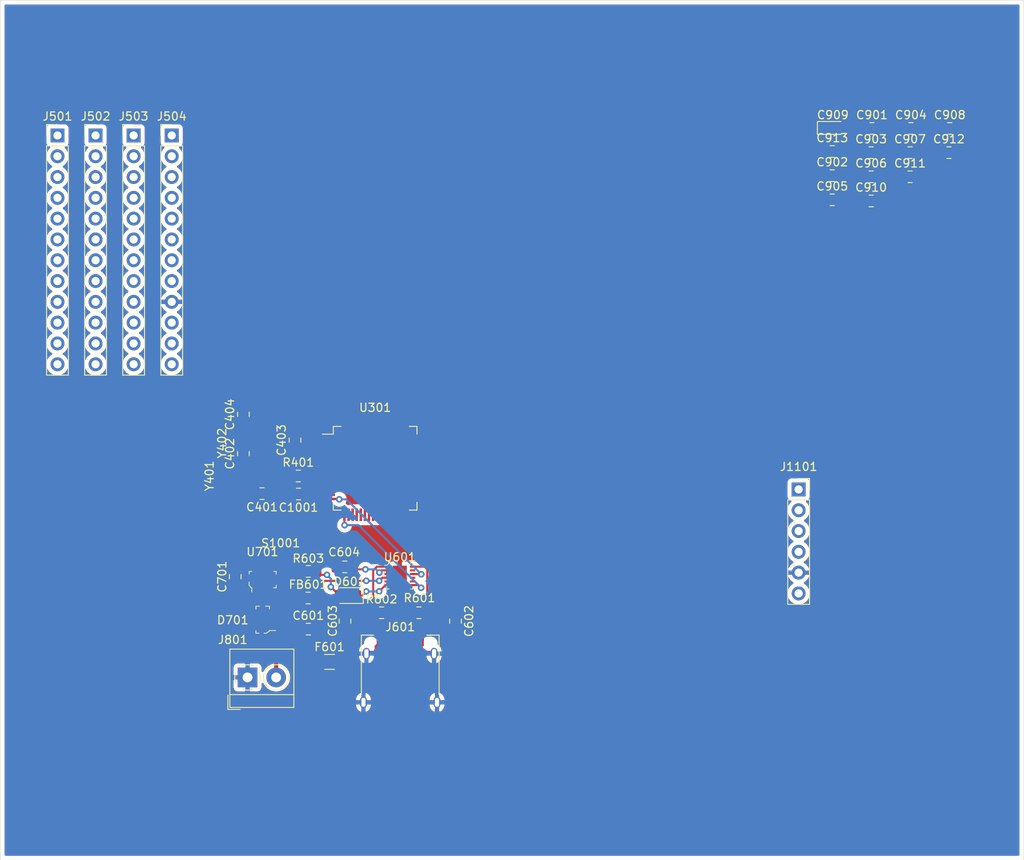
<source format=kicad_pcb>
(kicad_pcb (version 20171130) (host pcbnew "(5.1.6)-1")
  (layers (0 F.Cu signal) (31 B.Cu signal) (34 B.Paste user) (35 F.Paste user) (36 B.SilkS user) (37 F.SilkS user) (38 B.Mask user) (39 F.Mask user) (44 Edge.Cuts user))
  (net 0 "")
  (net 1 /STM32F401RBT6/Clocks/CLOCKOUT)
  (net 2 GND)
  (net 3 /STM32F401RBT6/Clocks/CLOCKIN)
  (net 4 /STM32F401RBT6/Clocks/RTCCRYSTALOUT)
  (net 5 /STM32F401RBT6/Clocks/RTCCRYSTALIN)
  (net 6 "Net-(C601-Pad2)")
  (net 7 +3V3)
  (net 8 /STM32F401RBT6/FILTERING/VCAP)
  (net 9 /STM32F401RBT6/MCU/RESET)
  (net 10 "Net-(D601-Pad1)")
  (net 11 "Net-(D601-Pad2)")
  (net 12 "Net-(D701-Pad3)")
  (net 13 /STM32F401RBT6/BATTERY/BATTERY)
  (net 14 "/STM32F401RBT6/REGULATOR /VUSB")
  (net 15 "Net-(F601-Pad2)")
  (net 16 "/STM32F401RBT6/Pin Headers/12")
  (net 17 "/STM32F401RBT6/Pin Headers/11")
  (net 18 "/STM32F401RBT6/Pin Headers/10")
  (net 19 "/STM32F401RBT6/Pin Headers/9")
  (net 20 "/STM32F401RBT6/Pin Headers/8")
  (net 21 "/STM32F401RBT6/Pin Headers/7")
  (net 22 "/STM32F401RBT6/Pin Headers/6")
  (net 23 "/STM32F401RBT6/Pin Headers/5")
  (net 24 "/STM32F401RBT6/Pin Headers/4")
  (net 25 "/STM32F401RBT6/Pin Headers/3")
  (net 26 "/STM32F401RBT6/Pin Headers/2")
  (net 27 "/STM32F401RBT6/Pin Headers/1")
  (net 28 "/STM32F401RBT6/Pin Headers/13")
  (net 29 "/STM32F401RBT6/Pin Headers/14")
  (net 30 "/STM32F401RBT6/Pin Headers/15")
  (net 31 "/STM32F401RBT6/Pin Headers/16")
  (net 32 "/STM32F401RBT6/Pin Headers/17")
  (net 33 "/STM32F401RBT6/Pin Headers/18")
  (net 34 "/STM32F401RBT6/Pin Headers/19")
  (net 35 "/STM32F401RBT6/Pin Headers/20")
  (net 36 "/STM32F401RBT6/Pin Headers/21")
  (net 37 "/STM32F401RBT6/Pin Headers/22")
  (net 38 "/STM32F401RBT6/Pin Headers/23")
  (net 39 "/STM32F401RBT6/Pin Headers/24")
  (net 40 "/STM32F401RBT6/Pin Headers/36")
  (net 41 "/STM32F401RBT6/Pin Headers/35")
  (net 42 "/STM32F401RBT6/Pin Headers/34")
  (net 43 "/STM32F401RBT6/Pin Headers/33")
  (net 44 "/STM32F401RBT6/Pin Headers/32")
  (net 45 "/STM32F401RBT6/Pin Headers/31")
  (net 46 "/STM32F401RBT6/Pin Headers/30")
  (net 47 "/STM32F401RBT6/Pin Headers/29")
  (net 48 "/STM32F401RBT6/Pin Headers/28")
  (net 49 "/STM32F401RBT6/Pin Headers/27")
  (net 50 "/STM32F401RBT6/Pin Headers/26")
  (net 51 "/STM32F401RBT6/Pin Headers/25")
  (net 52 "/STM32F401RBT6/Pin Headers/37")
  (net 53 "/STM32F401RBT6/Pin Headers/38")
  (net 54 "/STM32F401RBT6/Pin Headers/39")
  (net 55 "/STM32F401RBT6/Pin Headers/40")
  (net 56 "/STM32F401RBT6/Pin Headers/41")
  (net 57 "/STM32F401RBT6/Pin Headers/42")
  (net 58 "/STM32F401RBT6/Pin Headers/43")
  (net 59 "/STM32F401RBT6/Pin Headers/44")
  (net 60 "/STM32F401RBT6/Pin Headers/47")
  (net 61 "/STM32F401RBT6/Pin Headers/48")
  (net 62 "Net-(J601-PadA2)")
  (net 63 "Net-(J601-PadA3)")
  (net 64 "Net-(J601-PadA5)")
  (net 65 "Net-(J601-PadA10)")
  (net 66 "Net-(J601-PadA8)")
  (net 67 "Net-(J601-PadA11)")
  (net 68 "Net-(J601-PadB2)")
  (net 69 "Net-(J601-PadB3)")
  (net 70 "Net-(J601-PadB5)")
  (net 71 "Net-(J601-PadB6)")
  (net 72 "Net-(J601-PadB7)")
  (net 73 "Net-(J601-PadB8)")
  (net 74 "Net-(J601-PadB10)")
  (net 75 "Net-(J601-PadB11)")
  (net 76 "Net-(J1101-Pad6)")
  (net 77 "Net-(U601-Pad8)")
  (net 78 "Net-(U601-Pad11)")
  (net 79 "Net-(U701-Pad4)")
  (net 80 "Net-(C401-Pad1)")
  (net 81 /STM32F401RBT6/USB-C/D2-)
  (net 82 /STM32F401RBT6/USB-C/D2+)
  (net 83 /STM32F401RBT6/USB-C/D1+)
  (net 84 /STM32F401RBT6/USB-C/D1-)
  (module Capacitor_SMD:C_0805_2012Metric_Pad1.15x1.40mm_HandSolder (layer F.Cu) (at 127.075 114.2 180)
    (fp_text reference C604 (at 0.075 1.8) (layer F.SilkS))
    (fp_text value 100nF hide)
    (pad 1 smd roundrect (at -1.025 0 180) (size 1.15 1.4) (layers F.Cu F.Paste F.Mask) (roundrect_rratio 0.217391) (net 7 +3V3))
    (pad 2 smd roundrect (at 1.025 0 180) (size 1.15 1.4) (layers F.Cu F.Paste F.Mask) (roundrect_rratio 0.217391) (net 2 GND))
  )
  (module digikey-footprints:DFN-12-1EP_3x3mm (layer F.Cu) (at 133.8 115.3 270)
    (fp_text reference U601 (at -2.3 0 180) (layer F.SilkS))
    (fp_text value FT234XD-R hide)
    (pad 1 smd rect (at -1.125 1.55 270) (size 0.25 0.65) (layers F.Cu F.Paste F.Mask) (net 82 /STM32F401RBT6/USB-C/D2+))
    (pad 2 smd rect (at -0.675 1.55 270) (size 0.25 0.65) (layers F.Cu F.Paste F.Mask) (net 7 +3V3))
    (pad 3 smd rect (at -0.225 1.55 270) (size 0.25 0.65) (layers F.Cu F.Paste F.Mask) (net 7 +3V3))
    (pad 4 smd rect (at 0.225 1.55 270) (size 0.25 0.65) (layers F.Cu F.Paste F.Mask) (net 14 "/STM32F401RBT6/REGULATOR /VUSB"))
    (pad 5 smd rect (at 0.675 1.55 270) (size 0.25 0.65) (layers F.Cu F.Paste F.Mask) (net 2 GND))
    (pad 6 smd rect (at 1.125 1.55 270) (size 0.25 0.65) (layers F.Cu F.Paste F.Mask) (net 10 "Net-(D601-Pad1)"))
    (pad 7 smd rect (at 1.125 -1.55 270) (size 0.25 0.65) (layers F.Cu F.Paste F.Mask) (net 60 "/STM32F401RBT6/Pin Headers/47"))
    (pad 8 smd rect (at 0.675 -1.55 270) (size 0.25 0.65) (layers F.Cu F.Paste F.Mask) (net 77 "Net-(U601-Pad8)"))
    (pad 9 smd rect (at 0.225 -1.55 270) (size 0.25 0.65) (layers F.Cu F.Paste F.Mask) (net 7 +3V3))
    (pad 10 smd rect (at -0.225 -1.55 270) (size 0.25 0.65) (layers F.Cu F.Paste F.Mask) (net 61 "/STM32F401RBT6/Pin Headers/48"))
    (pad 11 smd rect (at -0.675 -1.55 270) (size 0.25 0.65) (layers F.Cu F.Paste F.Mask) (net 78 "Net-(U601-Pad11)"))
    (pad 12 smd rect (at -1.125 -1.55 270) (size 0.25 0.65) (layers F.Cu F.Paste F.Mask) (net 81 /STM32F401RBT6/USB-C/D2-))
    (pad 13 smd rect (at 0 0 270) (size 2.5 1.7) (layers F.Cu F.Paste F.Mask) (net 2 GND))
  )
  (module Capacitor_SMD:C_0805_2012Metric_Pad1.15x1.40mm_HandSolder (layer F.Cu) (at 116.975 105.25 180)
    (fp_text reference C401 (at 0 -1.65) (layer F.SilkS))
    (fp_text value 6pF hide)
    (pad 1 smd roundrect (at -1.025 0 180) (size 1.15 1.4) (layers F.Cu F.Paste F.Mask) (roundrect_rratio 0.217391) (net 80 "Net-(C401-Pad1)"))
    (pad 2 smd roundrect (at 1.025 0 180) (size 1.15 1.4) (layers F.Cu F.Paste F.Mask) (roundrect_rratio 0.217391) (net 2 GND))
  )
  (module Capacitor_SMD:C_0805_2012Metric_Pad1.15x1.40mm_HandSolder (layer F.Cu) (at 114.7 100.375 90)
    (fp_text reference C402 (at 0 -1.65 90) (layer F.SilkS))
    (fp_text value 6pF hide)
    (pad 2 smd roundrect (at 1.025 0 90) (size 1.15 1.4) (layers F.Cu F.Paste F.Mask) (roundrect_rratio 0.217391) (net 2 GND))
    (pad 1 smd roundrect (at -1.025 0 90) (size 1.15 1.4) (layers F.Cu F.Paste F.Mask) (roundrect_rratio 0.217391) (net 3 /STM32F401RBT6/Clocks/CLOCKIN))
  )
  (module Capacitor_SMD:C_0805_2012Metric_Pad1.15x1.40mm_HandSolder (layer F.Cu) (at 121 98.725 90)
    (fp_text reference C403 (at 0 -1.65 90) (layer F.SilkS))
    (fp_text value 2pF hide)
    (pad 1 smd roundrect (at -1.025 0 90) (size 1.15 1.4) (layers F.Cu F.Paste F.Mask) (roundrect_rratio 0.217391) (net 4 /STM32F401RBT6/Clocks/RTCCRYSTALOUT))
    (pad 2 smd roundrect (at 1.025 0 90) (size 1.15 1.4) (layers F.Cu F.Paste F.Mask) (roundrect_rratio 0.217391) (net 2 GND))
  )
  (module Capacitor_SMD:C_0805_2012Metric_Pad1.15x1.40mm_HandSolder (layer F.Cu) (at 114.7 95.575 90)
    (fp_text reference C404 (at 0 -1.65 90) (layer F.SilkS))
    (fp_text value 2pF hide)
    (pad 1 smd roundrect (at -1.025 0 90) (size 1.15 1.4) (layers F.Cu F.Paste F.Mask) (roundrect_rratio 0.217391) (net 5 /STM32F401RBT6/Clocks/RTCCRYSTALIN))
    (pad 2 smd roundrect (at 1.025 0 90) (size 1.15 1.4) (layers F.Cu F.Paste F.Mask) (roundrect_rratio 0.217391) (net 2 GND))
  )
  (module Capacitor_SMD:C_0805_2012Metric_Pad1.15x1.40mm_HandSolder (layer F.Cu) (at 122.625 121.8)
    (fp_text reference C601 (at 0 -1.65) (layer F.SilkS))
    (fp_text value 10nF hide)
    (pad 2 smd roundrect (at 1.025 0) (size 1.15 1.4) (layers F.Cu F.Paste F.Mask) (roundrect_rratio 0.217391) (net 6 "Net-(C601-Pad2)"))
    (pad 1 smd roundrect (at -1.025 0) (size 1.15 1.4) (layers F.Cu F.Paste F.Mask) (roundrect_rratio 0.217391) (net 2 GND))
  )
  (module Capacitor_SMD:C_0805_2012Metric_Pad1.15x1.40mm_HandSolder (layer F.Cu) (at 140.6 120.825 270)
    (fp_text reference C602 (at 0 -1.65 90) (layer F.SilkS))
    (fp_text value 47pF hide)
    (pad 1 smd roundrect (at -1.025 0 270) (size 1.15 1.4) (layers F.Cu F.Paste F.Mask) (roundrect_rratio 0.217391) (net 81 /STM32F401RBT6/USB-C/D2-))
    (pad 2 smd roundrect (at 1.025 0 270) (size 1.15 1.4) (layers F.Cu F.Paste F.Mask) (roundrect_rratio 0.217391) (net 2 GND))
  )
  (module Capacitor_SMD:C_0805_2012Metric_Pad1.15x1.40mm_HandSolder (layer F.Cu) (at 127.1 120.825 270)
    (fp_text reference C603 (at -0.025 1.5 90) (layer F.SilkS))
    (fp_text value 47pF hide)
    (pad 2 smd roundrect (at 1.025 0 270) (size 1.15 1.4) (layers F.Cu F.Paste F.Mask) (roundrect_rratio 0.217391) (net 2 GND))
    (pad 1 smd roundrect (at -1.025 0 270) (size 1.15 1.4) (layers F.Cu F.Paste F.Mask) (roundrect_rratio 0.217391) (net 82 /STM32F401RBT6/USB-C/D2+))
  )
  (module Capacitor_SMD:C_0805_2012Metric_Pad1.15x1.40mm_HandSolder (layer F.Cu) (at 113.7 115.4 270)
    (fp_text reference C701 (at 0 1.6 90) (layer F.SilkS))
    (fp_text value 1uF)
    (pad 2 smd roundrect (at 1.025 0 270) (size 1.15 1.4) (layers F.Cu F.Paste F.Mask) (roundrect_rratio 0.217391) (net 2 GND))
    (pad 1 smd roundrect (at -1.025 0 270) (size 1.15 1.4) (layers F.Cu F.Paste F.Mask) (roundrect_rratio 0.217391) (net 7 +3V3))
  )
  (module Capacitor_SMD:C_0805_2012Metric_Pad1.15x1.40mm_HandSolder (layer F.Cu) (at 191.455001 60.665001)
    (fp_text reference C901 (at 0 -1.65) (layer F.SilkS))
    (fp_text value 100nF)
    (pad 1 smd roundrect (at -1.025 0) (size 1.15 1.4) (layers F.Cu F.Paste F.Mask) (roundrect_rratio 0.217391) (net 7 +3V3))
    (pad 2 smd roundrect (at 1.025 0) (size 1.15 1.4) (layers F.Cu F.Paste F.Mask) (roundrect_rratio 0.217391) (net 2 GND))
  )
  (module Capacitor_SMD:C_0805_2012Metric_Pad1.15x1.40mm_HandSolder (layer F.Cu) (at 186.605001 66.425001)
    (fp_text reference C902 (at 0 -1.65) (layer F.SilkS))
    (fp_text value 100nF)
    (pad 2 smd roundrect (at 1.025 0) (size 1.15 1.4) (layers F.Cu F.Paste F.Mask) (roundrect_rratio 0.217391) (net 2 GND))
    (pad 1 smd roundrect (at -1.025 0) (size 1.15 1.4) (layers F.Cu F.Paste F.Mask) (roundrect_rratio 0.217391) (net 7 +3V3))
  )
  (module Capacitor_SMD:C_0805_2012Metric_Pad1.15x1.40mm_HandSolder (layer F.Cu) (at 191.355001 63.615001)
    (fp_text reference C903 (at 0 -1.65) (layer F.SilkS))
    (fp_text value 100nF)
    (pad 1 smd roundrect (at -1.025 0) (size 1.15 1.4) (layers F.Cu F.Paste F.Mask) (roundrect_rratio 0.217391) (net 7 +3V3))
    (pad 2 smd roundrect (at 1.025 0) (size 1.15 1.4) (layers F.Cu F.Paste F.Mask) (roundrect_rratio 0.217391) (net 2 GND))
  )
  (module Capacitor_SMD:C_0805_2012Metric_Pad1.15x1.40mm_HandSolder (layer F.Cu) (at 196.205001 60.665001)
    (fp_text reference C904 (at 0 -1.65) (layer F.SilkS))
    (fp_text value 100nF)
    (pad 2 smd roundrect (at 1.025 0) (size 1.15 1.4) (layers F.Cu F.Paste F.Mask) (roundrect_rratio 0.217391) (net 2 GND))
    (pad 1 smd roundrect (at -1.025 0) (size 1.15 1.4) (layers F.Cu F.Paste F.Mask) (roundrect_rratio 0.217391) (net 7 +3V3))
  )
  (module Capacitor_SMD:C_0805_2012Metric_Pad1.15x1.40mm_HandSolder (layer F.Cu) (at 186.605001 69.375001)
    (fp_text reference C905 (at 0 -1.65) (layer F.SilkS))
    (fp_text value 100nF)
    (pad 1 smd roundrect (at -1.025 0) (size 1.15 1.4) (layers F.Cu F.Paste F.Mask) (roundrect_rratio 0.217391) (net 7 +3V3))
    (pad 2 smd roundrect (at 1.025 0) (size 1.15 1.4) (layers F.Cu F.Paste F.Mask) (roundrect_rratio 0.217391) (net 2 GND))
  )
  (module Capacitor_SMD:C_0805_2012Metric_Pad1.15x1.40mm_HandSolder (layer F.Cu) (at 191.355001 66.565001)
    (fp_text reference C906 (at 0 -1.65) (layer F.SilkS))
    (fp_text value 100nF)
    (pad 2 smd roundrect (at 1.025 0) (size 1.15 1.4) (layers F.Cu F.Paste F.Mask) (roundrect_rratio 0.217391) (net 2 GND))
    (pad 1 smd roundrect (at -1.025 0) (size 1.15 1.4) (layers F.Cu F.Paste F.Mask) (roundrect_rratio 0.217391) (net 7 +3V3))
  )
  (module Capacitor_SMD:C_0805_2012Metric_Pad1.15x1.40mm_HandSolder (layer F.Cu) (at 196.105001 63.615001)
    (fp_text reference C907 (at 0 -1.65) (layer F.SilkS))
    (fp_text value 2.2uF)
    (pad 1 smd roundrect (at -1.025 0) (size 1.15 1.4) (layers F.Cu F.Paste F.Mask) (roundrect_rratio 0.217391) (net 2 GND))
    (pad 2 smd roundrect (at 1.025 0) (size 1.15 1.4) (layers F.Cu F.Paste F.Mask) (roundrect_rratio 0.217391) (net 8 /STM32F401RBT6/FILTERING/VCAP))
  )
  (module Capacitor_SMD:C_0805_2012Metric_Pad1.15x1.40mm_HandSolder (layer F.Cu) (at 200.955001 60.665001)
    (fp_text reference C908 (at 0 -1.65) (layer F.SilkS))
    (fp_text value 2.2uF)
    (pad 2 smd roundrect (at 1.025 0) (size 1.15 1.4) (layers F.Cu F.Paste F.Mask) (roundrect_rratio 0.217391) (net 8 /STM32F401RBT6/FILTERING/VCAP))
    (pad 1 smd roundrect (at -1.025 0) (size 1.15 1.4) (layers F.Cu F.Paste F.Mask) (roundrect_rratio 0.217391) (net 2 GND))
  )
  (module Capacitor_Tantalum_SMD:CP_EIA-2012-15_AVX-P_Pad1.30x1.05mm_HandSolder (layer F.Cu) (at 186.675001 60.595001)
    (fp_text reference C909 (at 0 -1.58) (layer F.SilkS))
    (fp_text value 4.7uF)
    (pad 1 smd roundrect (at -0.975 0) (size 1.3 1.05) (layers F.Cu F.Paste F.Mask) (roundrect_rratio 0.238095) (net 7 +3V3))
    (pad 2 smd roundrect (at 0.975 0) (size 1.3 1.05) (layers F.Cu F.Paste F.Mask) (roundrect_rratio 0.238095) (net 2 GND))
  )
  (module Capacitor_SMD:C_0805_2012Metric_Pad1.15x1.40mm_HandSolder (layer F.Cu) (at 191.355001 69.515001)
    (fp_text reference C910 (at 0 -1.65) (layer F.SilkS))
    (fp_text value 100nF)
    (pad 1 smd roundrect (at -1.025 0) (size 1.15 1.4) (layers F.Cu F.Paste F.Mask) (roundrect_rratio 0.217391) (net 7 +3V3))
    (pad 2 smd roundrect (at 1.025 0) (size 1.15 1.4) (layers F.Cu F.Paste F.Mask) (roundrect_rratio 0.217391) (net 2 GND))
  )
  (module Capacitor_SMD:C_0805_2012Metric_Pad1.15x1.40mm_HandSolder (layer F.Cu) (at 196.105001 66.565001)
    (fp_text reference C911 (at 0 -1.65) (layer F.SilkS))
    (fp_text value 1uF)
    (pad 2 smd roundrect (at 1.025 0) (size 1.15 1.4) (layers F.Cu F.Paste F.Mask) (roundrect_rratio 0.217391) (net 2 GND))
    (pad 1 smd roundrect (at -1.025 0) (size 1.15 1.4) (layers F.Cu F.Paste F.Mask) (roundrect_rratio 0.217391) (net 7 +3V3))
  )
  (module Capacitor_SMD:C_0805_2012Metric_Pad1.15x1.40mm_HandSolder (layer F.Cu) (at 200.855001 63.615001)
    (fp_text reference C912 (at 0 -1.65) (layer F.SilkS))
    (fp_text value 100nF)
    (pad 1 smd roundrect (at -1.025 0) (size 1.15 1.4) (layers F.Cu F.Paste F.Mask) (roundrect_rratio 0.217391) (net 7 +3V3))
    (pad 2 smd roundrect (at 1.025 0) (size 1.15 1.4) (layers F.Cu F.Paste F.Mask) (roundrect_rratio 0.217391) (net 2 GND))
  )
  (module Capacitor_SMD:C_0805_2012Metric_Pad1.15x1.40mm_HandSolder (layer F.Cu) (at 186.605001 63.475001)
    (fp_text reference C913 (at 0 -1.65) (layer F.SilkS))
    (fp_text value 1uF)
    (pad 2 smd roundrect (at 1.025 0) (size 1.15 1.4) (layers F.Cu F.Paste F.Mask) (roundrect_rratio 0.217391) (net 2 GND))
    (pad 1 smd roundrect (at -1.025 0) (size 1.15 1.4) (layers F.Cu F.Paste F.Mask) (roundrect_rratio 0.217391) (net 7 +3V3))
  )
  (module Capacitor_SMD:C_0805_2012Metric_Pad1.15x1.40mm_HandSolder (layer F.Cu) (at 121.425 105.3 180)
    (fp_text reference C1001 (at 0 -1.65) (layer F.SilkS))
    (fp_text value 0.1uF)
    (pad 2 smd roundrect (at 1.025 0 180) (size 1.15 1.4) (layers F.Cu F.Paste F.Mask) (roundrect_rratio 0.217391) (net 2 GND))
    (pad 1 smd roundrect (at -1.025 0 180) (size 1.15 1.4) (layers F.Cu F.Paste F.Mask) (roundrect_rratio 0.217391) (net 9 /STM32F401RBT6/MCU/RESET))
  )
  (module LED_SMD:LED_0805_2012Metric_Pad1.15x1.40mm_HandSolder (layer F.Cu) (at 127.475 117.7 180)
    (fp_text reference D601 (at -0.2 1.7) (layer F.SilkS))
    (fp_text value LED hide)
    (pad 1 smd roundrect (at -1.025 0 180) (size 1.15 1.4) (layers F.Cu F.Paste F.Mask) (roundrect_rratio 0.217391) (net 10 "Net-(D601-Pad1)"))
    (pad 2 smd roundrect (at 1.025 0 180) (size 1.15 1.4) (layers F.Cu F.Paste F.Mask) (roundrect_rratio 0.217391) (net 11 "Net-(D601-Pad2)"))
  )
  (module digikey-footprints:SOT-23-3 (layer F.Cu) (at 117.05 120.65 180)
    (fp_text reference D701 (at 3.65 -0.05) (layer F.SilkS))
    (fp_text value BAT54C-7-F hide)
    (pad 3 smd rect (at 1.05 0 180) (size 1.3 0.6) (layers F.Cu F.Paste F.Mask) (net 12 "Net-(D701-Pad3)"))
    (pad 2 smd rect (at -1.05 0.95 180) (size 1.3 0.6) (layers F.Cu F.Paste F.Mask) (net 14 "/STM32F401RBT6/REGULATOR /VUSB"))
    (pad 1 smd rect (at -1.05 -0.95 180) (size 1.3 0.6) (layers F.Cu F.Paste F.Mask) (net 13 /STM32F401RBT6/BATTERY/BATTERY))
  )
  (module Fuse:Fuse_1206_3216Metric_Pad1.42x1.75mm_HandSolder (layer F.Cu) (at 125.2125 125.8)
    (fp_text reference F601 (at 0 -1.82) (layer F.SilkS))
    (fp_text value 500mA)
    (pad 1 smd roundrect (at -1.4875 0) (size 1.425 1.75) (layers F.Cu F.Paste F.Mask) (roundrect_rratio 0.175439) (net 6 "Net-(C601-Pad2)"))
    (pad 2 smd roundrect (at 1.4875 0) (size 1.425 1.75) (layers F.Cu F.Paste F.Mask) (roundrect_rratio 0.175439) (net 15 "Net-(F601-Pad2)"))
  )
  (module Resistor_SMD:R_0805_2012Metric_Pad1.15x1.40mm_HandSolder (layer F.Cu) (at 122.6 118)
    (fp_text reference FB601 (at 0 -1.65) (layer F.SilkS))
    (fp_text value "600 OHM" hide)
    (pad 1 smd roundrect (at -1.025 0) (size 1.15 1.4) (layers F.Cu F.Paste F.Mask) (roundrect_rratio 0.217391) (net 14 "/STM32F401RBT6/REGULATOR /VUSB"))
    (pad 2 smd roundrect (at 1.025 0) (size 1.15 1.4) (layers F.Cu F.Paste F.Mask) (roundrect_rratio 0.217391) (net 6 "Net-(C601-Pad2)"))
  )
  (module Connector_PinHeader_2.54mm:PinHeader_1x12_P2.54mm_Vertical (layer F.Cu) (at 91.995001 61.515001)
    (fp_text reference J501 (at 0 -2.33) (layer F.SilkS))
    (fp_text value Conn_01x12_Male)
    (pad 12 thru_hole oval (at 0 27.94) (size 1.7 1.7) (drill 1) (layers *.Cu *.Mask) (net 16 "/STM32F401RBT6/Pin Headers/12"))
    (pad 11 thru_hole oval (at 0 25.4) (size 1.7 1.7) (drill 1) (layers *.Cu *.Mask) (net 17 "/STM32F401RBT6/Pin Headers/11"))
    (pad 10 thru_hole oval (at 0 22.86) (size 1.7 1.7) (drill 1) (layers *.Cu *.Mask) (net 18 "/STM32F401RBT6/Pin Headers/10"))
    (pad 9 thru_hole oval (at 0 20.32) (size 1.7 1.7) (drill 1) (layers *.Cu *.Mask) (net 19 "/STM32F401RBT6/Pin Headers/9"))
    (pad 8 thru_hole oval (at 0 17.78) (size 1.7 1.7) (drill 1) (layers *.Cu *.Mask) (net 20 "/STM32F401RBT6/Pin Headers/8"))
    (pad 7 thru_hole oval (at 0 15.24) (size 1.7 1.7) (drill 1) (layers *.Cu *.Mask) (net 21 "/STM32F401RBT6/Pin Headers/7"))
    (pad 6 thru_hole oval (at 0 12.7) (size 1.7 1.7) (drill 1) (layers *.Cu *.Mask) (net 22 "/STM32F401RBT6/Pin Headers/6"))
    (pad 5 thru_hole oval (at 0 10.16) (size 1.7 1.7) (drill 1) (layers *.Cu *.Mask) (net 23 "/STM32F401RBT6/Pin Headers/5"))
    (pad 4 thru_hole oval (at 0 7.62) (size 1.7 1.7) (drill 1) (layers *.Cu *.Mask) (net 24 "/STM32F401RBT6/Pin Headers/4"))
    (pad 3 thru_hole oval (at 0 5.08) (size 1.7 1.7) (drill 1) (layers *.Cu *.Mask) (net 25 "/STM32F401RBT6/Pin Headers/3"))
    (pad 2 thru_hole oval (at 0 2.54) (size 1.7 1.7) (drill 1) (layers *.Cu *.Mask) (net 26 "/STM32F401RBT6/Pin Headers/2"))
    (pad 1 thru_hole rect (at 0 0) (size 1.7 1.7) (drill 1) (layers *.Cu *.Mask) (net 27 "/STM32F401RBT6/Pin Headers/1"))
  )
  (module Connector_PinHeader_2.54mm:PinHeader_1x12_P2.54mm_Vertical (layer F.Cu) (at 96.645001 61.515001)
    (fp_text reference J502 (at 0 -2.33) (layer F.SilkS))
    (fp_text value Conn_01x12_Male)
    (pad 1 thru_hole rect (at 0 0) (size 1.7 1.7) (drill 1) (layers *.Cu *.Mask) (net 28 "/STM32F401RBT6/Pin Headers/13"))
    (pad 2 thru_hole oval (at 0 2.54) (size 1.7 1.7) (drill 1) (layers *.Cu *.Mask) (net 29 "/STM32F401RBT6/Pin Headers/14"))
    (pad 3 thru_hole oval (at 0 5.08) (size 1.7 1.7) (drill 1) (layers *.Cu *.Mask) (net 30 "/STM32F401RBT6/Pin Headers/15"))
    (pad 4 thru_hole oval (at 0 7.62) (size 1.7 1.7) (drill 1) (layers *.Cu *.Mask) (net 31 "/STM32F401RBT6/Pin Headers/16"))
    (pad 5 thru_hole oval (at 0 10.16) (size 1.7 1.7) (drill 1) (layers *.Cu *.Mask) (net 32 "/STM32F401RBT6/Pin Headers/17"))
    (pad 6 thru_hole oval (at 0 12.7) (size 1.7 1.7) (drill 1) (layers *.Cu *.Mask) (net 33 "/STM32F401RBT6/Pin Headers/18"))
    (pad 7 thru_hole oval (at 0 15.24) (size 1.7 1.7) (drill 1) (layers *.Cu *.Mask) (net 34 "/STM32F401RBT6/Pin Headers/19"))
    (pad 8 thru_hole oval (at 0 17.78) (size 1.7 1.7) (drill 1) (layers *.Cu *.Mask) (net 35 "/STM32F401RBT6/Pin Headers/20"))
    (pad 9 thru_hole oval (at 0 20.32) (size 1.7 1.7) (drill 1) (layers *.Cu *.Mask) (net 36 "/STM32F401RBT6/Pin Headers/21"))
    (pad 10 thru_hole oval (at 0 22.86) (size 1.7 1.7) (drill 1) (layers *.Cu *.Mask) (net 37 "/STM32F401RBT6/Pin Headers/22"))
    (pad 11 thru_hole oval (at 0 25.4) (size 1.7 1.7) (drill 1) (layers *.Cu *.Mask) (net 38 "/STM32F401RBT6/Pin Headers/23"))
    (pad 12 thru_hole oval (at 0 27.94) (size 1.7 1.7) (drill 1) (layers *.Cu *.Mask) (net 39 "/STM32F401RBT6/Pin Headers/24"))
  )
  (module Connector_PinHeader_2.54mm:PinHeader_1x12_P2.54mm_Vertical (layer F.Cu) (at 101.295001 61.515001)
    (fp_text reference J503 (at 0 -2.33) (layer F.SilkS))
    (fp_text value Conn_01x12_Male)
    (pad 12 thru_hole oval (at 0 27.94) (size 1.7 1.7) (drill 1) (layers *.Cu *.Mask) (net 40 "/STM32F401RBT6/Pin Headers/36"))
    (pad 11 thru_hole oval (at 0 25.4) (size 1.7 1.7) (drill 1) (layers *.Cu *.Mask) (net 41 "/STM32F401RBT6/Pin Headers/35"))
    (pad 10 thru_hole oval (at 0 22.86) (size 1.7 1.7) (drill 1) (layers *.Cu *.Mask) (net 42 "/STM32F401RBT6/Pin Headers/34"))
    (pad 9 thru_hole oval (at 0 20.32) (size 1.7 1.7) (drill 1) (layers *.Cu *.Mask) (net 43 "/STM32F401RBT6/Pin Headers/33"))
    (pad 8 thru_hole oval (at 0 17.78) (size 1.7 1.7) (drill 1) (layers *.Cu *.Mask) (net 44 "/STM32F401RBT6/Pin Headers/32"))
    (pad 7 thru_hole oval (at 0 15.24) (size 1.7 1.7) (drill 1) (layers *.Cu *.Mask) (net 45 "/STM32F401RBT6/Pin Headers/31"))
    (pad 6 thru_hole oval (at 0 12.7) (size 1.7 1.7) (drill 1) (layers *.Cu *.Mask) (net 46 "/STM32F401RBT6/Pin Headers/30"))
    (pad 5 thru_hole oval (at 0 10.16) (size 1.7 1.7) (drill 1) (layers *.Cu *.Mask) (net 47 "/STM32F401RBT6/Pin Headers/29"))
    (pad 4 thru_hole oval (at 0 7.62) (size 1.7 1.7) (drill 1) (layers *.Cu *.Mask) (net 48 "/STM32F401RBT6/Pin Headers/28"))
    (pad 3 thru_hole oval (at 0 5.08) (size 1.7 1.7) (drill 1) (layers *.Cu *.Mask) (net 49 "/STM32F401RBT6/Pin Headers/27"))
    (pad 2 thru_hole oval (at 0 2.54) (size 1.7 1.7) (drill 1) (layers *.Cu *.Mask) (net 50 "/STM32F401RBT6/Pin Headers/26"))
    (pad 1 thru_hole rect (at 0 0) (size 1.7 1.7) (drill 1) (layers *.Cu *.Mask) (net 51 "/STM32F401RBT6/Pin Headers/25"))
  )
  (module Connector_PinHeader_2.54mm:PinHeader_1x12_P2.54mm_Vertical (layer F.Cu) (at 105.945001 61.515001)
    (fp_text reference J504 (at 0 -2.33) (layer F.SilkS))
    (fp_text value Conn_01x12_Male)
    (pad 1 thru_hole rect (at 0 0) (size 1.7 1.7) (drill 1) (layers *.Cu *.Mask) (net 52 "/STM32F401RBT6/Pin Headers/37"))
    (pad 2 thru_hole oval (at 0 2.54) (size 1.7 1.7) (drill 1) (layers *.Cu *.Mask) (net 53 "/STM32F401RBT6/Pin Headers/38"))
    (pad 3 thru_hole oval (at 0 5.08) (size 1.7 1.7) (drill 1) (layers *.Cu *.Mask) (net 54 "/STM32F401RBT6/Pin Headers/39"))
    (pad 4 thru_hole oval (at 0 7.62) (size 1.7 1.7) (drill 1) (layers *.Cu *.Mask) (net 55 "/STM32F401RBT6/Pin Headers/40"))
    (pad 5 thru_hole oval (at 0 10.16) (size 1.7 1.7) (drill 1) (layers *.Cu *.Mask) (net 56 "/STM32F401RBT6/Pin Headers/41"))
    (pad 6 thru_hole oval (at 0 12.7) (size 1.7 1.7) (drill 1) (layers *.Cu *.Mask) (net 57 "/STM32F401RBT6/Pin Headers/42"))
    (pad 7 thru_hole oval (at 0 15.24) (size 1.7 1.7) (drill 1) (layers *.Cu *.Mask) (net 58 "/STM32F401RBT6/Pin Headers/43"))
    (pad 8 thru_hole oval (at 0 17.78) (size 1.7 1.7) (drill 1) (layers *.Cu *.Mask) (net 59 "/STM32F401RBT6/Pin Headers/44"))
    (pad 9 thru_hole oval (at 0 20.32) (size 1.7 1.7) (drill 1) (layers *.Cu *.Mask) (net 2 GND))
    (pad 10 thru_hole oval (at 0 22.86) (size 1.7 1.7) (drill 1) (layers *.Cu *.Mask) (net 7 +3V3))
    (pad 11 thru_hole oval (at 0 25.4) (size 1.7 1.7) (drill 1) (layers *.Cu *.Mask) (net 60 "/STM32F401RBT6/Pin Headers/47"))
    (pad 12 thru_hole oval (at 0 27.94) (size 1.7 1.7) (drill 1) (layers *.Cu *.Mask) (net 61 "/STM32F401RBT6/Pin Headers/48"))
  )
  (module Connector_USB:USB_C_Receptacle_Amphenol_12401610E4-2A (layer F.Cu) (at 133.85 127.9)
    (fp_text reference J601 (at 0 -6.36) (layer F.SilkS))
    (fp_text value USB_C_Receptacle hide)
    (pad S1 thru_hole oval (at -4.13 -3.11) (size 0.8 1.4) (drill oval 0.5 1.1) (layers *.Cu *.Mask) (net 2 GND))
    (pad A1 smd rect (at -2.75 -5.02) (size 0.3 0.7) (layers F.Cu F.Paste F.Mask) (net 2 GND))
    (pad A2 smd rect (at -2.25 -5.02) (size 0.3 0.7) (layers F.Cu F.Paste F.Mask) (net 62 "Net-(J601-PadA2)"))
    (pad A3 smd rect (at -1.75 -5.02) (size 0.3 0.7) (layers F.Cu F.Paste F.Mask) (net 63 "Net-(J601-PadA3)"))
    (pad A4 smd rect (at -1.25 -5.02) (size 0.3 0.7) (layers F.Cu F.Paste F.Mask) (net 15 "Net-(F601-Pad2)"))
    (pad A5 smd rect (at -0.75 -5.02) (size 0.3 0.7) (layers F.Cu F.Paste F.Mask) (net 64 "Net-(J601-PadA5)"))
    (pad A6 smd rect (at -0.25 -5.02) (size 0.3 0.7) (layers F.Cu F.Paste F.Mask) (net 83 /STM32F401RBT6/USB-C/D1+))
    (pad A7 smd rect (at 0.25 -5.02) (size 0.3 0.7) (layers F.Cu F.Paste F.Mask) (net 84 /STM32F401RBT6/USB-C/D1-))
    (pad A12 smd rect (at 2.75 -5.02) (size 0.3 0.7) (layers F.Cu F.Paste F.Mask) (net 2 GND))
    (pad A10 smd rect (at 1.75 -5.02) (size 0.3 0.7) (layers F.Cu F.Paste F.Mask) (net 65 "Net-(J601-PadA10)"))
    (pad A9 smd rect (at 1.25 -5.02) (size 0.3 0.7) (layers F.Cu F.Paste F.Mask) (net 15 "Net-(F601-Pad2)"))
    (pad A8 smd rect (at 0.75 -5.02) (size 0.3 0.7) (layers F.Cu F.Paste F.Mask) (net 66 "Net-(J601-PadA8)"))
    (pad A11 smd rect (at 2.25 -5.02) (size 0.3 0.7) (layers F.Cu F.Paste F.Mask) (net 67 "Net-(J601-PadA11)"))
    (pad B1 smd rect (at 2.5 -3.32) (size 0.3 0.7) (layers F.Cu F.Paste F.Mask) (net 2 GND))
    (pad S1 thru_hole oval (at 4.13 -3.11) (size 0.8 1.4) (drill oval 0.5 1.1) (layers *.Cu *.Mask) (net 2 GND))
    (pad S1 thru_hole oval (at 4.49 2.84) (size 0.8 1.4) (drill oval 0.5 1.1) (layers *.Cu *.Mask) (net 2 GND))
    (pad S1 thru_hole oval (at -4.49 2.84) (size 0.8 1.4) (drill oval 0.5 1.1) (layers *.Cu *.Mask) (net 2 GND))
    (pad "" np_thru_hole oval (at 3.6 -4.36) (size 0.95 0.65) (drill oval 0.95 0.65) (layers *.Cu *.Mask))
    (pad "" np_thru_hole circle (at -3.6 -4.36) (size 0.65 0.65) (drill 0.65) (layers *.Cu *.Mask))
    (pad B2 smd rect (at 2 -3.32) (size 0.3 0.7) (layers F.Cu F.Paste F.Mask) (net 68 "Net-(J601-PadB2)"))
    (pad B3 smd rect (at 1.5 -3.32) (size 0.3 0.7) (layers F.Cu F.Paste F.Mask) (net 69 "Net-(J601-PadB3)"))
    (pad B4 smd rect (at 1 -3.32) (size 0.3 0.7) (layers F.Cu F.Paste F.Mask) (net 15 "Net-(F601-Pad2)"))
    (pad B5 smd rect (at 0.5 -3.32) (size 0.3 0.7) (layers F.Cu F.Paste F.Mask) (net 70 "Net-(J601-PadB5)"))
    (pad B6 smd rect (at 0 -3.32) (size 0.3 0.7) (layers F.Cu F.Paste F.Mask) (net 71 "Net-(J601-PadB6)"))
    (pad B7 smd rect (at -0.5 -3.32) (size 0.3 0.7) (layers F.Cu F.Paste F.Mask) (net 72 "Net-(J601-PadB7)"))
    (pad B8 smd rect (at -1 -3.32) (size 0.3 0.7) (layers F.Cu F.Paste F.Mask) (net 73 "Net-(J601-PadB8)"))
    (pad B9 smd rect (at -1.5 -3.32) (size 0.3 0.7) (layers F.Cu F.Paste F.Mask) (net 15 "Net-(F601-Pad2)"))
    (pad B10 smd rect (at -2 -3.32) (size 0.3 0.7) (layers F.Cu F.Paste F.Mask) (net 74 "Net-(J601-PadB10)"))
    (pad B11 smd rect (at -2.5 -3.32) (size 0.3 0.7) (layers F.Cu F.Paste F.Mask) (net 75 "Net-(J601-PadB11)"))
    (pad B12 smd rect (at -3 -3.32) (size 0.3 0.7) (layers F.Cu F.Paste F.Mask) (net 2 GND))
  )
  (module TerminalBlock_4Ucon:TerminalBlock_4Ucon_1x02_P3.50mm_Horizontal (layer F.Cu) (at 115.2 127.7)
    (fp_text reference J801 (at -1.8 -4.6) (layer F.SilkS))
    (fp_text value Connector_Generic_Conn_01x02)
    (pad 1 thru_hole rect (at 0 0) (size 2.4 2.4) (drill 1.2) (layers *.Cu *.Mask) (net 2 GND))
    (pad 2 thru_hole circle (at 3.5 0) (size 2.4 2.4) (drill 1.2) (layers *.Cu *.Mask) (net 13 /STM32F401RBT6/BATTERY/BATTERY))
  )
  (module Connector_PinSocket_2.54mm:PinSocket_1x06_P2.54mm_Vertical (layer F.Cu) (at 182.5 104.74)
    (fp_text reference J1101 (at 0 -2.77) (layer F.SilkS))
    (fp_text value Conn_01x06_Male)
    (pad 1 thru_hole rect (at 0 0) (size 1.7 1.7) (drill 1) (layers *.Cu *.Mask) (net 7 +3V3))
    (pad 2 thru_hole oval (at 0 2.54) (size 1.7 1.7) (drill 1) (layers *.Cu *.Mask) (net 48 "/STM32F401RBT6/Pin Headers/28"))
    (pad 3 thru_hole oval (at 0 5.08) (size 1.7 1.7) (drill 1) (layers *.Cu *.Mask) (net 49 "/STM32F401RBT6/Pin Headers/27"))
    (pad 4 thru_hole oval (at 0 7.62) (size 1.7 1.7) (drill 1) (layers *.Cu *.Mask) (net 9 /STM32F401RBT6/MCU/RESET))
    (pad 5 thru_hole oval (at 0 10.16) (size 1.7 1.7) (drill 1) (layers *.Cu *.Mask) (net 2 GND))
    (pad 6 thru_hole oval (at 0 12.7) (size 1.7 1.7) (drill 1) (layers *.Cu *.Mask) (net 76 "Net-(J1101-Pad6)"))
  )
  (module Resistor_SMD:R_0805_2012Metric_Pad1.15x1.40mm_HandSolder (layer F.Cu) (at 121.4 103.1)
    (fp_text reference R401 (at 0 -1.65) (layer F.SilkS))
    (fp_text value R_US hide)
    (pad 1 smd roundrect (at -1.025 0) (size 1.15 1.4) (layers F.Cu F.Paste F.Mask) (roundrect_rratio 0.217391) (net 80 "Net-(C401-Pad1)"))
    (pad 2 smd roundrect (at 1.025 0) (size 1.15 1.4) (layers F.Cu F.Paste F.Mask) (roundrect_rratio 0.217391) (net 1 /STM32F401RBT6/Clocks/CLOCKOUT))
  )
  (module Resistor_SMD:R_0805_2012Metric_Pad1.15x1.40mm_HandSolder (layer F.Cu) (at 136.125 119.8 180)
    (fp_text reference R601 (at -0.075 1.8) (layer F.SilkS))
    (fp_text value "27 OHM" hide)
    (pad 2 smd roundrect (at 1.025 0 180) (size 1.15 1.4) (layers F.Cu F.Paste F.Mask) (roundrect_rratio 0.217391) (net 84 /STM32F401RBT6/USB-C/D1-))
    (pad 1 smd roundrect (at -1.025 0 180) (size 1.15 1.4) (layers F.Cu F.Paste F.Mask) (roundrect_rratio 0.217391) (net 81 /STM32F401RBT6/USB-C/D2-))
  )
  (module Resistor_SMD:R_0805_2012Metric_Pad1.15x1.40mm_HandSolder (layer F.Cu) (at 131.575 119.8)
    (fp_text reference R602 (at 0 -1.65) (layer F.SilkS))
    (fp_text value "27 OHM" hide)
    (pad 1 smd roundrect (at -1.025 0) (size 1.15 1.4) (layers F.Cu F.Paste F.Mask) (roundrect_rratio 0.217391) (net 82 /STM32F401RBT6/USB-C/D2+))
    (pad 2 smd roundrect (at 1.025 0) (size 1.15 1.4) (layers F.Cu F.Paste F.Mask) (roundrect_rratio 0.217391) (net 83 /STM32F401RBT6/USB-C/D1+))
  )
  (module Resistor_SMD:R_0805_2012Metric_Pad1.15x1.40mm_HandSolder (layer F.Cu) (at 122.625 114.75 180)
    (fp_text reference R603 (at 0 1.575) (layer F.SilkS))
    (fp_text value "270 OHM" hide)
    (pad 2 smd roundrect (at 1.025 0 180) (size 1.15 1.4) (layers F.Cu F.Paste F.Mask) (roundrect_rratio 0.217391) (net 7 +3V3))
    (pad 1 smd roundrect (at -1.025 0 180) (size 1.15 1.4) (layers F.Cu F.Paste F.Mask) (roundrect_rratio 0.217391) (net 11 "Net-(D601-Pad2)"))
  )
  (module Package_QFP:LQFP-64_10x10mm_P0.5mm (layer F.Cu) (at 130.785001 102.155001)
    (fp_text reference U301 (at 0 -7.4) (layer F.SilkS))
    (fp_text value STM32F401RBTx)
    (pad 1 smd roundrect (at -5.675 -3.75) (size 1.55 0.3) (layers F.Cu F.Paste F.Mask) (net 7 +3V3))
    (pad 2 smd roundrect (at -5.675 -3.25) (size 1.55 0.3) (layers F.Cu F.Paste F.Mask) (net 29 "/STM32F401RBT6/Pin Headers/14"))
    (pad 3 smd roundrect (at -5.675 -2.75) (size 1.55 0.3) (layers F.Cu F.Paste F.Mask) (net 5 /STM32F401RBT6/Clocks/RTCCRYSTALIN))
    (pad 4 smd roundrect (at -5.675 -2.25) (size 1.55 0.3) (layers F.Cu F.Paste F.Mask) (net 4 /STM32F401RBT6/Clocks/RTCCRYSTALOUT))
    (pad 5 smd roundrect (at -5.675 -1.75) (size 1.55 0.3) (layers F.Cu F.Paste F.Mask) (net 3 /STM32F401RBT6/Clocks/CLOCKIN))
    (pad 6 smd roundrect (at -5.675 -1.25) (size 1.55 0.3) (layers F.Cu F.Paste F.Mask) (net 1 /STM32F401RBT6/Clocks/CLOCKOUT))
    (pad 7 smd roundrect (at -5.675 -0.75) (size 1.55 0.3) (layers F.Cu F.Paste F.Mask) (net 9 /STM32F401RBT6/MCU/RESET))
    (pad 8 smd roundrect (at -5.675 -0.25) (size 1.55 0.3) (layers F.Cu F.Paste F.Mask) (net 27 "/STM32F401RBT6/Pin Headers/1"))
    (pad 9 smd roundrect (at -5.675 0.25) (size 1.55 0.3) (layers F.Cu F.Paste F.Mask) (net 26 "/STM32F401RBT6/Pin Headers/2"))
    (pad 10 smd roundrect (at -5.675 0.75) (size 1.55 0.3) (layers F.Cu F.Paste F.Mask) (net 25 "/STM32F401RBT6/Pin Headers/3"))
    (pad 11 smd roundrect (at -5.675 1.25) (size 1.55 0.3) (layers F.Cu F.Paste F.Mask) (net 24 "/STM32F401RBT6/Pin Headers/4"))
    (pad 12 smd roundrect (at -5.675 1.75) (size 1.55 0.3) (layers F.Cu F.Paste F.Mask) (net 2 GND))
    (pad 13 smd roundrect (at -5.675 2.25) (size 1.55 0.3) (layers F.Cu F.Paste F.Mask) (net 7 +3V3))
    (pad 14 smd roundrect (at -5.675 2.75) (size 1.55 0.3) (layers F.Cu F.Paste F.Mask) (net 31 "/STM32F401RBT6/Pin Headers/16"))
    (pad 15 smd roundrect (at -5.675 3.25) (size 1.55 0.3) (layers F.Cu F.Paste F.Mask) (net 32 "/STM32F401RBT6/Pin Headers/17"))
    (pad 16 smd roundrect (at -5.675 3.75) (size 1.55 0.3) (layers F.Cu F.Paste F.Mask) (net 61 "/STM32F401RBT6/Pin Headers/48"))
    (pad 17 smd roundrect (at -3.75 5.675) (size 0.3 1.55) (layers F.Cu F.Paste F.Mask) (net 60 "/STM32F401RBT6/Pin Headers/47"))
    (pad 18 smd roundrect (at -3.25 5.675) (size 0.3 1.55) (layers F.Cu F.Paste F.Mask) (net 2 GND))
    (pad 19 smd roundrect (at -2.75 5.675) (size 0.3 1.55) (layers F.Cu F.Paste F.Mask) (net 7 +3V3))
    (pad 20 smd roundrect (at -2.25 5.675) (size 0.3 1.55) (layers F.Cu F.Paste F.Mask) (net 33 "/STM32F401RBT6/Pin Headers/18"))
    (pad 21 smd roundrect (at -1.75 5.675) (size 0.3 1.55) (layers F.Cu F.Paste F.Mask) (net 34 "/STM32F401RBT6/Pin Headers/19"))
    (pad 22 smd roundrect (at -1.25 5.675) (size 0.3 1.55) (layers F.Cu F.Paste F.Mask) (net 35 "/STM32F401RBT6/Pin Headers/20"))
    (pad 23 smd roundrect (at -0.75 5.675) (size 0.3 1.55) (layers F.Cu F.Paste F.Mask) (net 36 "/STM32F401RBT6/Pin Headers/21"))
    (pad 24 smd roundrect (at -0.25 5.675) (size 0.3 1.55) (layers F.Cu F.Paste F.Mask) (net 23 "/STM32F401RBT6/Pin Headers/5"))
    (pad 25 smd roundrect (at 0.25 5.675) (size 0.3 1.55) (layers F.Cu F.Paste F.Mask) (net 22 "/STM32F401RBT6/Pin Headers/6"))
    (pad 26 smd roundrect (at 0.75 5.675) (size 0.3 1.55) (layers F.Cu F.Paste F.Mask) (net 46 "/STM32F401RBT6/Pin Headers/30"))
    (pad 27 smd roundrect (at 1.25 5.675) (size 0.3 1.55) (layers F.Cu F.Paste F.Mask) (net 45 "/STM32F401RBT6/Pin Headers/31"))
    (pad 28 smd roundrect (at 1.75 5.675) (size 0.3 1.55) (layers F.Cu F.Paste F.Mask) (net 44 "/STM32F401RBT6/Pin Headers/32"))
    (pad 29 smd roundrect (at 2.25 5.675) (size 0.3 1.55) (layers F.Cu F.Paste F.Mask) (net 55 "/STM32F401RBT6/Pin Headers/40"))
    (pad 30 smd roundrect (at 2.75 5.675) (size 0.3 1.55) (layers F.Cu F.Paste F.Mask) (net 8 /STM32F401RBT6/FILTERING/VCAP))
    (pad 31 smd roundrect (at 3.25 5.675) (size 0.3 1.55) (layers F.Cu F.Paste F.Mask) (net 2 GND))
    (pad 32 smd roundrect (at 3.75 5.675) (size 0.3 1.55) (layers F.Cu F.Paste F.Mask) (net 7 +3V3))
    (pad 33 smd roundrect (at 5.675 3.75) (size 1.55 0.3) (layers F.Cu F.Paste F.Mask) (net 56 "/STM32F401RBT6/Pin Headers/41"))
    (pad 34 smd roundrect (at 5.675 3.25) (size 1.55 0.3) (layers F.Cu F.Paste F.Mask) (net 57 "/STM32F401RBT6/Pin Headers/42"))
    (pad 35 smd roundrect (at 5.675 2.75) (size 1.55 0.3) (layers F.Cu F.Paste F.Mask) (net 58 "/STM32F401RBT6/Pin Headers/43"))
    (pad 36 smd roundrect (at 5.675 2.25) (size 1.55 0.3) (layers F.Cu F.Paste F.Mask) (net 59 "/STM32F401RBT6/Pin Headers/44"))
    (pad 37 smd roundrect (at 5.675 1.75) (size 1.55 0.3) (layers F.Cu F.Paste F.Mask) (net 21 "/STM32F401RBT6/Pin Headers/7"))
    (pad 38 smd roundrect (at 5.675 1.25) (size 1.55 0.3) (layers F.Cu F.Paste F.Mask) (net 20 "/STM32F401RBT6/Pin Headers/8"))
    (pad 39 smd roundrect (at 5.675 0.75) (size 1.55 0.3) (layers F.Cu F.Paste F.Mask) (net 19 "/STM32F401RBT6/Pin Headers/9"))
    (pad 40 smd roundrect (at 5.675 0.25) (size 1.55 0.3) (layers F.Cu F.Paste F.Mask) (net 18 "/STM32F401RBT6/Pin Headers/10"))
    (pad 41 smd roundrect (at 5.675 -0.25) (size 1.55 0.3) (layers F.Cu F.Paste F.Mask) (net 37 "/STM32F401RBT6/Pin Headers/22"))
    (pad 42 smd roundrect (at 5.675 -0.75) (size 1.55 0.3) (layers F.Cu F.Paste F.Mask) (net 38 "/STM32F401RBT6/Pin Headers/23"))
    (pad 43 smd roundrect (at 5.675 -1.25) (size 1.55 0.3) (layers F.Cu F.Paste F.Mask) (net 39 "/STM32F401RBT6/Pin Headers/24"))
    (pad 44 smd roundrect (at 5.675 -1.75) (size 1.55 0.3) (layers F.Cu F.Paste F.Mask) (net 51 "/STM32F401RBT6/Pin Headers/25"))
    (pad 45 smd roundrect (at 5.675 -2.25) (size 1.55 0.3) (layers F.Cu F.Paste F.Mask) (net 50 "/STM32F401RBT6/Pin Headers/26"))
    (pad 46 smd roundrect (at 5.675 -2.75) (size 1.55 0.3) (layers F.Cu F.Paste F.Mask) (net 48 "/STM32F401RBT6/Pin Headers/28"))
    (pad 47 smd roundrect (at 5.675 -3.25) (size 1.55 0.3) (layers F.Cu F.Paste F.Mask) (net 2 GND))
    (pad 48 smd roundrect (at 5.675 -3.75) (size 1.55 0.3) (layers F.Cu F.Paste F.Mask) (net 7 +3V3))
    (pad 49 smd roundrect (at 3.75 -5.675) (size 0.3 1.55) (layers F.Cu F.Paste F.Mask) (net 49 "/STM32F401RBT6/Pin Headers/27"))
    (pad 50 smd roundrect (at 3.25 -5.675) (size 0.3 1.55) (layers F.Cu F.Paste F.Mask) (net 47 "/STM32F401RBT6/Pin Headers/29"))
    (pad 51 smd roundrect (at 2.75 -5.675) (size 0.3 1.55) (layers F.Cu F.Paste F.Mask) (net 17 "/STM32F401RBT6/Pin Headers/11"))
    (pad 52 smd roundrect (at 2.25 -5.675) (size 0.3 1.55) (layers F.Cu F.Paste F.Mask) (net 16 "/STM32F401RBT6/Pin Headers/12"))
    (pad 53 smd roundrect (at 1.75 -5.675) (size 0.3 1.55) (layers F.Cu F.Paste F.Mask) (net 28 "/STM32F401RBT6/Pin Headers/13"))
    (pad 54 smd roundrect (at 1.25 -5.675) (size 0.3 1.55) (layers F.Cu F.Paste F.Mask) (net 30 "/STM32F401RBT6/Pin Headers/15"))
    (pad 55 smd roundrect (at 0.75 -5.675) (size 0.3 1.55) (layers F.Cu F.Paste F.Mask) (net 43 "/STM32F401RBT6/Pin Headers/33"))
    (pad 56 smd roundrect (at 0.25 -5.675) (size 0.3 1.55) (layers F.Cu F.Paste F.Mask) (net 42 "/STM32F401RBT6/Pin Headers/34"))
    (pad 57 smd roundrect (at -0.25 -5.675) (size 0.3 1.55) (layers F.Cu F.Paste F.Mask) (net 41 "/STM32F401RBT6/Pin Headers/35"))
    (pad 58 smd roundrect (at -0.75 -5.675) (size 0.3 1.55) (layers F.Cu F.Paste F.Mask) (net 40 "/STM32F401RBT6/Pin Headers/36"))
    (pad 59 smd roundrect (at -1.25 -5.675) (size 0.3 1.55) (layers F.Cu F.Paste F.Mask) (net 52 "/STM32F401RBT6/Pin Headers/37"))
    (pad 60 smd roundrect (at -1.75 -5.675) (size 0.3 1.55) (layers F.Cu F.Paste F.Mask) (net 2 GND))
    (pad 61 smd roundrect (at -2.25 -5.675) (size 0.3 1.55) (layers F.Cu F.Paste F.Mask) (net 53 "/STM32F401RBT6/Pin Headers/38"))
    (pad 62 smd roundrect (at -2.75 -5.675) (size 0.3 1.55) (layers F.Cu F.Paste F.Mask) (net 54 "/STM32F401RBT6/Pin Headers/39"))
    (pad 63 smd roundrect (at -3.25 -5.675) (size 0.3 1.55) (layers F.Cu F.Paste F.Mask) (net 2 GND))
    (pad 64 smd roundrect (at -3.75 -5.675) (size 0.3 1.55) (layers F.Cu F.Paste F.Mask) (net 7 +3V3))
  )
  (module digikey-footprints:SOT-753 (layer F.Cu) (at 117.05 115.75)
    (fp_text reference U701 (at -0.025 -3.375) (layer F.SilkS))
    (fp_text value MIC5219-3_3YM5-TR hide)
    (pad 5 smd rect (at -0.95 -1.35) (size 0.6 1.05) (layers F.Cu F.Paste F.Mask) (net 7 +3V3))
    (pad 4 smd rect (at 0.95 -1.35) (size 0.6 1.05) (layers F.Cu F.Paste F.Mask) (net 79 "Net-(U701-Pad4)"))
    (pad 3 smd rect (at 0.95 1.35) (size 0.6 1.05) (layers F.Cu F.Paste F.Mask) (net 12 "Net-(D701-Pad3)"))
    (pad 2 smd rect (at 0 1.35) (size 0.6 1.05) (layers F.Cu F.Paste F.Mask) (net 2 GND))
    (pad 1 smd rect (at -0.95 1.35) (size 0.6 1.05) (layers F.Cu F.Paste F.Mask) (net 12 "Net-(D701-Pad3)"))
  )
  (module "NOVA FOOTPRINTS:ECX-2236B" (layer F.Cu) (at 116.7 103.1 90)
    (fp_text reference Y401 (at 0.01 -6.15 90) (layer F.SilkS))
    (fp_text value ECS-260-8-36B-CKY-TR)
    (pad 1 smd rect (at 0 1.3 90) (size 1.2 1) (layers F.Cu F.Paste F.Mask) (net 80 "Net-(C401-Pad1)"))
    (pad 2 smd rect (at 1.7 1.3 90) (size 1.2 1) (layers F.Cu F.Paste F.Mask) (net 2 GND))
    (pad 3 smd rect (at 1.7 0 90) (size 1.2 1) (layers F.Cu F.Paste F.Mask) (net 3 /STM32F401RBT6/Clocks/CLOCKIN))
    (pad 4 smd rect (at 0 0 90) (size 1.2 1) (layers F.Cu F.Paste F.Mask) (net 2 GND))
  )
  (module "NOVA FOOTPRINTS:JTX310" (layer F.Cu) (at 117.3 99.1 90)
    (fp_text reference Y402 (at 0.01 -5.21 90) (layer F.SilkS))
    (fp_text value JTX310)
    (pad 1 smd rect (at 0 0 90) (size 1 1.8) (layers F.Cu F.Paste F.Mask) (net 4 /STM32F401RBT6/Clocks/RTCCRYSTALOUT))
    (pad 2 smd rect (at 2.5 0 90) (size 1 1.8) (layers F.Cu F.Paste F.Mask) (net 5 /STM32F401RBT6/Clocks/RTCCRYSTALIN))
  )
  (module "NOVA FOOTPRINTS:KSR223GLFG" (layer F.Cu) (at 115.45 109.25)
    (fp_text reference S1001 (at 3.8 2.05) (layer F.SilkS))
    (fp_text value KSR223GLFG hide)
    (pad 1 smd rect (at 0 0) (size 1 1.4) (layers F.Cu F.Paste F.Mask) (net 2 GND))
    (pad 2 smd rect (at 7 0) (size 1 1.4) (layers F.Cu F.Paste F.Mask) (net 9 /STM32F401RBT6/MCU/RESET))
  )
  (gr_line (start 85 150) (end 85 45) (layer Edge.Cuts) (width 0.05))
  (gr_line (start 210 150) (end 85 150) (layer Edge.Cuts) (width 0.05))
  (gr_line (start 210 45) (end 210 150) (layer Edge.Cuts) (width 0.05))
  (gr_line (start 85 45) (end 210 45) (layer Edge.Cuts) (width 0.05))
  (segment (start 122.425 103.1) (end 122.425 101.875) (width 0.25) (layer F.Cu) (net 1))
  (segment (start 123.394999 100.905001) (end 125.110001 100.905001) (width 0.25) (layer F.Cu) (net 1))
  (segment (start 122.425 101.875) (end 123.394999 100.905001) (width 0.25) (layer F.Cu) (net 1))
  (segment (start 137.77 124.58) (end 137.98 124.79) (width 0.25) (layer F.Cu) (net 2))
  (segment (start 136.35 124.58) (end 137.77 124.58) (width 0.25) (layer F.Cu) (net 2))
  (segment (start 130.85 123.902002) (end 131.1 123.652002) (width 0.25) (layer F.Cu) (net 2))
  (segment (start 131.1 123.652002) (end 131.1 122.88) (width 0.25) (layer F.Cu) (net 2))
  (segment (start 130.85 124.58) (end 130.85 123.902002) (width 0.25) (layer F.Cu) (net 2))
  (segment (start 129.93 124.58) (end 129.72 124.79) (width 0.25) (layer F.Cu) (net 2))
  (segment (start 130.85 124.58) (end 129.93 124.58) (width 0.25) (layer F.Cu) (net 2))
  (segment (start 136.35 124.58) (end 136.35 124.02) (width 0.25) (layer F.Cu) (net 2))
  (segment (start 136.6 123.77) (end 136.6 122.88) (width 0.25) (layer F.Cu) (net 2))
  (segment (start 136.35 124.02) (end 136.6 123.77) (width 0.25) (layer F.Cu) (net 2))
  (segment (start 133.125 115.975) (end 133.8 115.3) (width 0.25) (layer F.Cu) (net 2))
  (segment (start 132.25 115.975) (end 133.125 115.975) (width 0.25) (layer F.Cu) (net 2))
  (segment (start 114.7 101.4) (end 116.7 101.4) (width 0.25) (layer F.Cu) (net 3))
  (segment (start 121.155001 99.905001) (end 121 99.75) (width 0.25) (layer F.Cu) (net 4))
  (segment (start 125.110001 99.905001) (end 121.155001 99.905001) (width 0.25) (layer F.Cu) (net 4))
  (segment (start 121 99.75) (end 121 99.65) (width 0.25) (layer F.Cu) (net 4))
  (segment (start 120.45 99.1) (end 117.3 99.1) (width 0.25) (layer F.Cu) (net 4))
  (segment (start 121 99.65) (end 120.45 99.1) (width 0.25) (layer F.Cu) (net 4))
  (segment (start 114.7 96.6) (end 117.3 96.6) (width 0.25) (layer F.Cu) (net 5))
  (segment (start 121.48819 96.6) (end 122.35 97.46181) (width 0.25) (layer F.Cu) (net 5))
  (segment (start 117.3 96.6) (end 121.48819 96.6) (width 0.25) (layer F.Cu) (net 5))
  (segment (start 122.35 98.2) (end 123.555001 99.405001) (width 0.25) (layer F.Cu) (net 5))
  (segment (start 123.555001 99.405001) (end 125.110001 99.405001) (width 0.25) (layer F.Cu) (net 5))
  (segment (start 122.35 97.46181) (end 122.35 98.2) (width 0.25) (layer F.Cu) (net 5))
  (segment (start 123.725 121.875) (end 123.65 121.8) (width 0.5) (layer F.Cu) (net 6))
  (segment (start 123.725 125.8) (end 123.725 121.875) (width 0.5) (layer F.Cu) (net 6))
  (segment (start 123.65 118.025) (end 123.625 118) (width 0.5) (layer F.Cu) (net 6))
  (segment (start 123.65 121.8) (end 123.65 118.025) (width 0.5) (layer F.Cu) (net 6))
  (segment (start 132.25 114.625) (end 132.25 115.075) (width 0.25) (layer F.Cu) (net 7))
  (via (at 131.300153 114.900153) (size 0.8) (drill 0.4) (layers F.Cu B.Cu) (net 7))
  (segment (start 132.25 114.625) (end 131.575306 114.625) (width 0.25) (layer F.Cu) (net 7))
  (segment (start 131.575306 114.625) (end 131.300153 114.900153) (width 0.25) (layer F.Cu) (net 7))
  (via (at 129.6 114.5) (size 0.8) (drill 0.4) (layers F.Cu B.Cu) (net 7))
  (segment (start 130.9 114.5) (end 131.300153 114.900153) (width 0.25) (layer B.Cu) (net 7))
  (segment (start 129.6 114.5) (end 130.9 114.5) (width 0.25) (layer B.Cu) (net 7))
  (segment (start 128.4 114.5) (end 128.1 114.2) (width 0.25) (layer F.Cu) (net 7))
  (segment (start 129.6 114.5) (end 128.4 114.5) (width 0.25) (layer F.Cu) (net 7))
  (segment (start 113.725 114.4) (end 113.7 114.375) (width 0.25) (layer F.Cu) (net 7))
  (segment (start 116.1 114.4) (end 113.725 114.4) (width 0.25) (layer F.Cu) (net 7))
  (segment (start 121.6 114.75) (end 120.625 114.75) (width 0.25) (layer F.Cu) (net 7))
  (segment (start 119.424999 113.549999) (end 117.250001 113.549999) (width 0.25) (layer F.Cu) (net 7))
  (segment (start 120.625 114.75) (end 119.424999 113.549999) (width 0.25) (layer F.Cu) (net 7))
  (segment (start 116.4 114.4) (end 116.1 114.4) (width 0.25) (layer F.Cu) (net 7))
  (segment (start 117.250001 113.549999) (end 116.4 114.4) (width 0.25) (layer F.Cu) (net 7))
  (segment (start 116.1 113.75) (end 116.1 114.4) (width 0.25) (layer F.Cu) (net 7))
  (segment (start 117.4 112.45) (end 116.1 113.75) (width 0.25) (layer F.Cu) (net 7))
  (segment (start 127.05 112.45) (end 117.4 112.45) (width 0.25) (layer F.Cu) (net 7))
  (segment (start 128.1 114.2) (end 128.1 113.5) (width 0.25) (layer F.Cu) (net 7))
  (segment (start 128.1 113.5) (end 127.05 112.45) (width 0.25) (layer F.Cu) (net 7))
  (segment (start 122.45 109.25) (end 122.45 105.3) (width 0.25) (layer F.Cu) (net 9))
  (segment (start 122.45 105.3) (end 123.5 104.25) (width 0.25) (layer F.Cu) (net 9))
  (segment (start 123.5 104.25) (end 123.5 101.65) (width 0.25) (layer F.Cu) (net 9))
  (segment (start 123.744999 101.405001) (end 125.110001 101.405001) (width 0.25) (layer F.Cu) (net 9))
  (segment (start 123.5 101.65) (end 123.744999 101.405001) (width 0.25) (layer F.Cu) (net 9))
  (via (at 129.7 117.2) (size 0.8) (drill 0.4) (layers F.Cu B.Cu) (net 10))
  (segment (start 128.5 117.7) (end 129.2 117.7) (width 0.25) (layer F.Cu) (net 10))
  (segment (start 129.2 117.7) (end 129.7 117.2) (width 0.25) (layer F.Cu) (net 10))
  (via (at 131.275 117.2) (size 0.8) (drill 0.4) (layers F.Cu B.Cu) (net 10))
  (segment (start 129.7 117.2) (end 131.275 117.2) (width 0.25) (layer B.Cu) (net 10))
  (segment (start 132.05 116.425) (end 131.275 117.2) (width 0.25) (layer F.Cu) (net 10))
  (segment (start 132.25 116.425) (end 132.05 116.425) (width 0.25) (layer F.Cu) (net 10))
  (via (at 125.375 116.65) (size 0.8) (drill 0.4) (layers F.Cu B.Cu) (net 11))
  (segment (start 126.45 117.7) (end 126.425 117.7) (width 0.25) (layer F.Cu) (net 11))
  (segment (start 126.425 117.7) (end 125.375 116.65) (width 0.25) (layer F.Cu) (net 11))
  (via (at 124.9 115.175) (size 0.8) (drill 0.4) (layers F.Cu B.Cu) (net 11))
  (segment (start 125.375 116.65) (end 125.375 115.65) (width 0.25) (layer B.Cu) (net 11))
  (segment (start 125.375 115.65) (end 124.9 115.175) (width 0.25) (layer B.Cu) (net 11))
  (segment (start 124.075 115.175) (end 123.65 114.75) (width 0.25) (layer F.Cu) (net 11))
  (segment (start 124.9 115.175) (end 124.075 115.175) (width 0.25) (layer F.Cu) (net 11))
  (segment (start 116 117.2) (end 116.1 117.1) (width 0.5) (layer F.Cu) (net 12))
  (segment (start 116 120.65) (end 116 117.2) (width 0.5) (layer F.Cu) (net 12))
  (segment (start 116.1 116.075) (end 116.275 115.9) (width 0.5) (layer F.Cu) (net 12))
  (segment (start 116.1 117.1) (end 116.1 116.075) (width 0.5) (layer F.Cu) (net 12))
  (segment (start 117.825 115.9) (end 116.275 115.9) (width 0.5) (layer F.Cu) (net 12))
  (segment (start 118 116.075) (end 117.825 115.9) (width 0.5) (layer F.Cu) (net 12))
  (segment (start 118 117.1) (end 118 116.075) (width 0.5) (layer F.Cu) (net 12))
  (segment (start 118.7 122.2) (end 118.1 121.6) (width 0.5) (layer F.Cu) (net 13))
  (segment (start 118.7 127.7) (end 118.7 122.2) (width 0.5) (layer F.Cu) (net 13))
  (segment (start 131.300162 115.899838) (end 131.275 115.899838) (width 0.25) (layer F.Cu) (net 14))
  (via (at 131.275 115.899838) (size 0.8) (drill 0.4) (layers F.Cu B.Cu) (net 14))
  (segment (start 132.25 115.525) (end 131.675 115.525) (width 0.25) (layer F.Cu) (net 14))
  (segment (start 131.675 115.525) (end 131.300162 115.899838) (width 0.25) (layer F.Cu) (net 14))
  (via (at 129.7 115.9) (size 0.8) (drill 0.4) (layers F.Cu B.Cu) (net 14))
  (segment (start 131.275 115.899838) (end 129.700162 115.899838) (width 0.25) (layer B.Cu) (net 14))
  (segment (start 129.700162 115.899838) (end 129.7 115.9) (width 0.25) (layer B.Cu) (net 14))
  (segment (start 129.7 115.9) (end 122.6 115.9) (width 0.25) (layer F.Cu) (net 14))
  (segment (start 121.575 116.925) (end 121.575 118) (width 0.25) (layer F.Cu) (net 14))
  (segment (start 122.6 115.9) (end 121.575 116.925) (width 0.25) (layer F.Cu) (net 14))
  (segment (start 119.875 119.7) (end 121.575 118) (width 0.5) (layer F.Cu) (net 14))
  (segment (start 118.1 119.7) (end 119.875 119.7) (width 0.5) (layer F.Cu) (net 14))
  (segment (start 132.6 123.37) (end 132.6 122.88) (width 0.25) (layer F.Cu) (net 15))
  (segment (start 132.35 123.62) (end 132.6 123.37) (width 0.25) (layer F.Cu) (net 15))
  (segment (start 132.35 124.58) (end 132.35 123.62) (width 0.25) (layer F.Cu) (net 15))
  (segment (start 135.1 123.38) (end 135.1 122.88) (width 0.25) (layer F.Cu) (net 15))
  (segment (start 134.85 123.63) (end 135.1 123.38) (width 0.25) (layer F.Cu) (net 15))
  (segment (start 134.85 124.58) (end 134.85 123.63) (width 0.25) (layer F.Cu) (net 15))
  (segment (start 132.35 125.165002) (end 132.604998 125.42) (width 0.25) (layer F.Cu) (net 15))
  (segment (start 132.35 124.58) (end 132.35 125.165002) (width 0.25) (layer F.Cu) (net 15))
  (segment (start 134.85 125.165002) (end 134.85 124.58) (width 0.25) (layer F.Cu) (net 15))
  (segment (start 134.595002 125.42) (end 134.85 125.165002) (width 0.25) (layer F.Cu) (net 15))
  (segment (start 132.604998 125.42) (end 134.595002 125.42) (width 0.25) (layer F.Cu) (net 15))
  (segment (start 132.35 125.18) (end 131.23 126.3) (width 0.25) (layer F.Cu) (net 15))
  (segment (start 132.35 124.58) (end 132.35 125.18) (width 0.25) (layer F.Cu) (net 15))
  (segment (start 127.6875 126.3) (end 127.1875 125.8) (width 0.25) (layer F.Cu) (net 15))
  (segment (start 131.23 126.3) (end 127.6875 126.3) (width 0.25) (layer F.Cu) (net 15))
  (via (at 136.4 116.75) (size 0.8) (drill 0.4) (layers F.Cu B.Cu) (net 60))
  (segment (start 135.35 116.425) (end 136.075 116.425) (width 0.25) (layer F.Cu) (net 60))
  (segment (start 136.075 116.425) (end 136.4 116.75) (width 0.25) (layer F.Cu) (net 60))
  (via (at 127.05 109.1) (size 0.8) (drill 0.4) (layers F.Cu B.Cu) (net 60))
  (segment (start 127.035001 107.830001) (end 127.035001 109.085001) (width 0.25) (layer F.Cu) (net 60))
  (segment (start 127.035001 109.085001) (end 127.05 109.1) (width 0.25) (layer F.Cu) (net 60))
  (segment (start 136.4 116.75) (end 128.9 109.25) (width 0.25) (layer B.Cu) (net 60))
  (segment (start 128.75 109.1) (end 128.9 109.25) (width 0.25) (layer B.Cu) (net 60))
  (segment (start 127.05 109.1) (end 128.75 109.1) (width 0.25) (layer B.Cu) (net 60))
  (via (at 136.425 115.1) (size 0.8) (drill 0.4) (layers F.Cu B.Cu) (net 61))
  (segment (start 135.35 115.075) (end 136.4 115.075) (width 0.25) (layer F.Cu) (net 61))
  (segment (start 136.4 115.075) (end 136.425 115.1) (width 0.25) (layer F.Cu) (net 61))
  (segment (start 136.425 115.1) (end 127.275 105.95) (width 0.25) (layer B.Cu) (net 61))
  (via (at 126.4 105.95) (size 0.8) (drill 0.4) (layers F.Cu B.Cu) (net 61))
  (segment (start 125.110001 105.905001) (end 126.355001 105.905001) (width 0.25) (layer F.Cu) (net 61))
  (segment (start 126.355001 105.905001) (end 126.4 105.95) (width 0.25) (layer F.Cu) (net 61))
  (segment (start 126.4 105.95) (end 127.275 105.95) (width 0.25) (layer B.Cu) (net 61))
  (segment (start 118 105.25) (end 118 103.1) (width 0.25) (layer F.Cu) (net 80))
  (segment (start 118 103.1) (end 120.375 103.1) (width 0.25) (layer F.Cu) (net 80))
  (segment (start 137.15 119.8) (end 137.15 114.5) (width 0.25) (layer F.Cu) (net 81))
  (segment (start 136.825 114.175) (end 135.35 114.175) (width 0.25) (layer F.Cu) (net 81))
  (segment (start 137.15 114.5) (end 136.825 114.175) (width 0.25) (layer F.Cu) (net 81))
  (segment (start 137.15 119.8) (end 140.6 119.8) (width 0.25) (layer F.Cu) (net 81))
  (segment (start 130.55 119.8) (end 130.55 114.625) (width 0.25) (layer F.Cu) (net 82))
  (segment (start 131 114.175) (end 132.25 114.175) (width 0.25) (layer F.Cu) (net 82))
  (segment (start 130.55 114.625) (end 131 114.175) (width 0.25) (layer F.Cu) (net 82))
  (segment (start 127.1 119.8) (end 130.55 119.8) (width 0.25) (layer F.Cu) (net 82))
  (segment (start 133.625 122.329999) (end 133.625 120.825) (width 0.2) (layer F.Cu) (net 83))
  (segment (start 133.6 122.354999) (end 133.625 122.329999) (width 0.2) (layer F.Cu) (net 83))
  (segment (start 133.6 122.88) (end 133.6 122.354999) (width 0.2) (layer F.Cu) (net 83))
  (segment (start 133.625 120.825) (end 132.6 119.8) (width 0.2) (layer F.Cu) (net 83))
  (segment (start 134.075 120.825) (end 135.1 119.8) (width 0.2) (layer F.Cu) (net 84))
  (segment (start 134.1 122.354999) (end 134.075 122.329999) (width 0.2) (layer F.Cu) (net 84))
  (segment (start 134.075 122.329999) (end 134.075 120.825) (width 0.2) (layer F.Cu) (net 84))
  (segment (start 134.1 122.88) (end 134.1 122.354999) (width 0.2) (layer F.Cu) (net 84))
  (zone (net 2) (net_name GND) (layer F.Cu) (connect_pads (clearance 0.508)) (min_thickness 0.254) (fill yes (arc_segments 32) (thermal_gap 0.508) (thermal_bridge_width 0.508))
    (polygon (pts (xy 210 150) (xy 85 150) (xy 85 45) (xy 210 45)))
  )
  (zone (net 2) (net_name GND) (layer B.Cu) (connect_pads (clearance 0.508)) (min_thickness 0.254) (fill yes (arc_segments 32) (thermal_gap 0.508) (thermal_bridge_width 0.508))
    (polygon (pts (xy 210 150) (xy 85 150) (xy 85 45) (xy 210 45)))
  )
)
</source>
